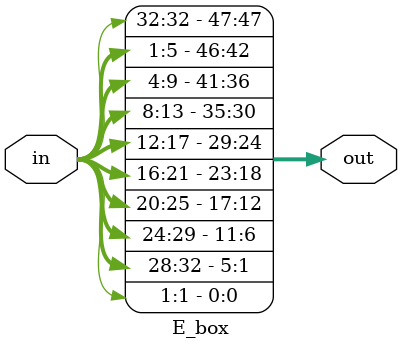
<source format=v>

module  E_box(
    input       [1:32]  in  ,
    output wire [1:48]  out
);

    assign   out  ={in[32],in[1],in[2],in[3],in[4],in[5],
                    in[4],in[5],in[6],in[7],in[8],in[9],
                    in[8],in[9],in[10],in[11],in[12],in[13],
                    in[12],in[13],in[14],in[15],in[16],in[17],
                    in[16],in[17],in[18],in[19],in[20],in[21],
                    in[20],in[21],in[22],in[23],in[24],in[25],
                    in[24],in[25],in[26],in[27],in[28],in[29],
                    in[28],in[29],in[30],in[31],in[32],in[1]};

endmodule
</source>
